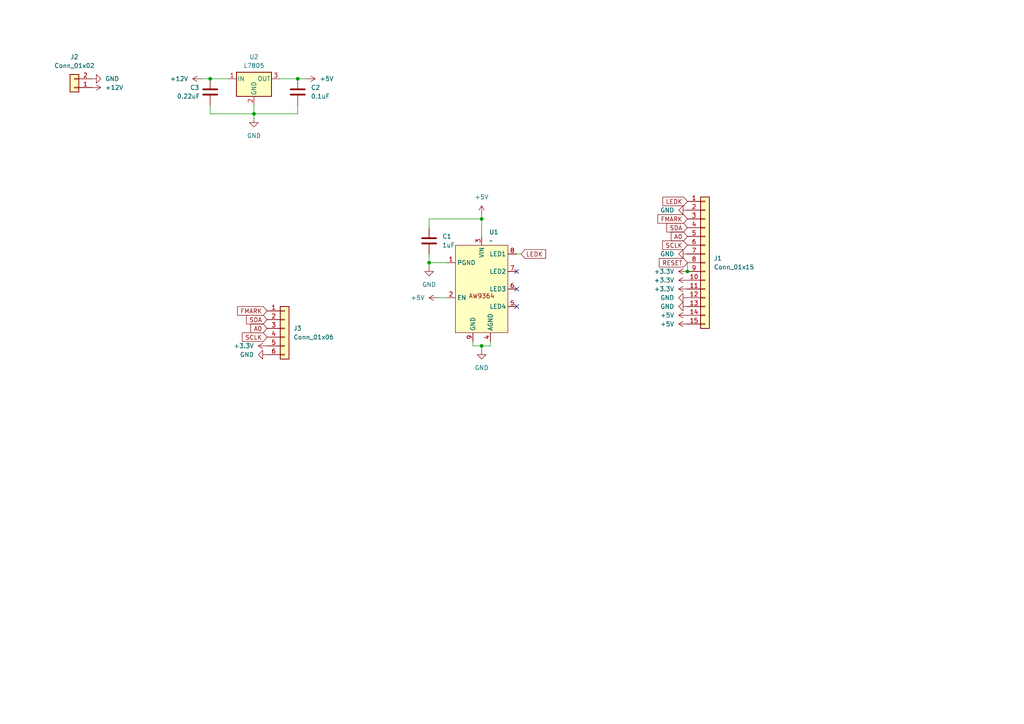
<source format=kicad_sch>
(kicad_sch (version 20250114) (generator "eeschema") (generator_version "9.0")
  (paper "A4")
  (lib_symbols
    (symbol "Chips:AW9364"
      (property "Reference" "U" (at 0 0 0))
      (symbol "AW9364_1_1"
        (rectangle (start -7.62 12.7) (end 7.62 -12.7) (fill (type background)))
        (text "AW9364" (at 0 -2.032 0) (effects (font (size 1.27 1.27))))
        (pin power_in line (at -10.16 7.62 0) (length 2.54) (name "PGND") (number "1"))
        (pin input line (at -10.16 -2.54 0) (length 2.54) (name "EN") (number "2"))
        (pin input line (at -2.54 -15.24 90) (length 2.54) (name "GND") (number "9"))
        (pin power_in line (at 0 15.24 270) (length 2.54) (name "VIN") (number "3"))
        (pin power_in line (at 2.54 -15.24 90) (length 2.54) (name "AGND") (number "4"))
        (pin input line (at 10.16 10.16 180) (length 2.54) (name "LED1") (number "8"))
        (pin input line (at 10.16 5.08 180) (length 2.54) (name "LED2") (number "7"))
        (pin input line (at 10.16 0 180) (length 2.54) (name "LED3") (number "6"))
        (pin input line (at 10.16 -5.08 180) (length 2.54) (name "LED4") (number "5"))
      )
    )
    (symbol "Connector_Generic:Conn_01x02" (pin_names (offset 1.016) (hide yes))
      (property "Reference" "J" (at 0 2.54 0))
      (property "Value" "Conn_01x02" (at 0 -5.08 0))
      (symbol "Conn_01x02_1_1"
        (rectangle (start -1.27 1.27) (end 1.27 -3.81) (stroke (width 0.254)) (fill (type background)))
        (rectangle (start -1.27 0.127) (end 0 -0.127) (stroke (width 0.1524)))
        (rectangle (start -1.27 -2.413) (end 0 -2.667) (stroke (width 0.1524)))
        (pin passive line (at -5.08 0 0) (length 3.81) (name "Pin_1") (number "1"))
        (pin passive line (at -5.08 -2.54 0) (length 3.81) (name "Pin_2") (number "2"))
      )
    )
    (symbol "Connector_Generic:Conn_01x06" (pin_names (offset 1.016) (hide yes))
      (property "Reference" "J" (at 0 7.62 0))
      (property "Value" "Conn_01x06" (at 0 -10.16 0))
      (symbol "Conn_01x06_1_1"
        (rectangle (start -1.27 6.35) (end 1.27 -8.89) (stroke (width 0.254)) (fill (type background)))
        (rectangle (start -1.27 5.207) (end 0 4.953) (stroke (width 0.1524)))
        (rectangle (start -1.27 2.667) (end 0 2.413) (stroke (width 0.1524)))
        (rectangle (start -1.27 0.127) (end 0 -0.127) (stroke (width 0.1524)))
        (rectangle (start -1.27 -2.413) (end 0 -2.667) (stroke (width 0.1524)))
        (rectangle (start -1.27 -4.953) (end 0 -5.207) (stroke (width 0.1524)))
        (rectangle (start -1.27 -7.493) (end 0 -7.747) (stroke (width 0.1524)))
        (pin passive line (at -5.08 5.08 0) (length 3.81) (name "Pin_1") (number "1"))
        (pin passive line (at -5.08 2.54 0) (length 3.81) (name "Pin_2") (number "2"))
        (pin passive line (at -5.08 0 0) (length 3.81) (name "Pin_3") (number "3"))
        (pin passive line (at -5.08 -2.54 0) (length 3.81) (name "Pin_4") (number "4"))
        (pin passive line (at -5.08 -5.08 0) (length 3.81) (name "Pin_5") (number "5"))
        (pin passive line (at -5.08 -7.62 0) (length 3.81) (name "Pin_6") (number "6"))
      )
    )
    (symbol "Connector_Generic:Conn_01x15" (pin_names (offset 1.016) (hide yes))
      (property "Reference" "J" (at 0 20.32 0))
      (property "Value" "Conn_01x15" (at 0 -20.32 0))
      (symbol "Conn_01x15_1_1"
        (rectangle (start -1.27 19.05) (end 1.27 -19.05) (stroke (width 0.254)) (fill (type background)))
        (rectangle (start -1.27 17.907) (end 0 17.653) (stroke (width 0.1524)))
        (rectangle (start -1.27 15.367) (end 0 15.113) (stroke (width 0.1524)))
        (rectangle (start -1.27 12.827) (end 0 12.573) (stroke (width 0.1524)))
        (rectangle (start -1.27 10.287) (end 0 10.033) (stroke (width 0.1524)))
        (rectangle (start -1.27 7.747) (end 0 7.493) (stroke (width 0.1524)))
        (rectangle (start -1.27 5.207) (end 0 4.953) (stroke (width 0.1524)))
        (rectangle (start -1.27 2.667) (end 0 2.413) (stroke (width 0.1524)))
        (rectangle (start -1.27 0.127) (end 0 -0.127) (stroke (width 0.1524)))
        (rectangle (start -1.27 -2.413) (end 0 -2.667) (stroke (width 0.1524)))
        (rectangle (start -1.27 -4.953) (end 0 -5.207) (stroke (width 0.1524)))
        (rectangle (start -1.27 -7.493) (end 0 -7.747) (stroke (width 0.1524)))
        (rectangle (start -1.27 -10.033) (end 0 -10.287) (stroke (width 0.1524)))
        (rectangle (start -1.27 -12.573) (end 0 -12.827) (stroke (width 0.1524)))
        (rectangle (start -1.27 -15.113) (end 0 -15.367) (stroke (width 0.1524)))
        (rectangle (start -1.27 -17.653) (end 0 -17.907) (stroke (width 0.1524)))
        (pin passive line (at -5.08 17.78 0) (length 3.81) (name "Pin_1") (number "1"))
        (pin passive line (at -5.08 15.24 0) (length 3.81) (name "Pin_2") (number "2"))
        (pin passive line (at -5.08 12.7 0) (length 3.81) (name "Pin_3") (number "3"))
        (pin passive line (at -5.08 10.16 0) (length 3.81) (name "Pin_4") (number "4"))
        (pin passive line (at -5.08 7.62 0) (length 3.81) (name "Pin_5") (number "5"))
        (pin passive line (at -5.08 5.08 0) (length 3.81) (name "Pin_6") (number "6"))
        (pin passive line (at -5.08 2.54 0) (length 3.81) (name "Pin_7") (number "7"))
        (pin passive line (at -5.08 0 0) (length 3.81) (name "Pin_8") (number "8"))
        (pin passive line (at -5.08 -2.54 0) (length 3.81) (name "Pin_9") (number "9"))
        (pin passive line (at -5.08 -5.08 0) (length 3.81) (name "Pin_10") (number "10"))
        (pin passive line (at -5.08 -7.62 0) (length 3.81) (name "Pin_11") (number "11"))
        (pin passive line (at -5.08 -10.16 0) (length 3.81) (name "Pin_12") (number "12"))
        (pin passive line (at -5.08 -12.7 0) (length 3.81) (name "Pin_13") (number "13"))
        (pin passive line (at -5.08 -15.24 0) (length 3.81) (name "Pin_14") (number "14"))
        (pin passive line (at -5.08 -17.78 0) (length 3.81) (name "Pin_15") (number "15"))
      )
    )
    (symbol "Device:C" (pin_numbers (hide yes)) (pin_names (offset 0.254))
      (property "Reference" "C" (at 0.635 2.54 0))
      (property "Value" "C" (at 0.635 -2.54 0))
      (symbol "C_0_1"
        (polyline (pts (xy -2.032 0.762) (xy 2.032 0.762)) (stroke (width 0.508)))
        (polyline (pts (xy -2.032 -0.762) (xy 2.032 -0.762)) (stroke (width 0.508)))
      )
      (symbol "C_1_1"
        (pin passive line (at 0 3.81 270) (length 2.794) (name "~") (number "1"))
        (pin passive line (at 0 -3.81 90) (length 2.794) (name "~") (number "2"))
      )
    )
    (symbol "Regulator_Linear:L7805" (pin_names (offset 0.254))
      (property "Reference" "U" (at -3.81 3.175 0))
      (property "Value" "L7805" (at 0 3.175 0))
      (symbol "L7805_0_1"
        (rectangle (start -5.08 1.905) (end 5.08 -5.08) (stroke (width 0.254)) (fill (type background)))
      )
      (symbol "L7805_1_1"
        (pin power_in line (at -7.62 0 0) (length 2.54) (name "IN") (number "1"))
        (pin power_in line (at 0 -7.62 90) (length 2.54) (name "GND") (number "2"))
        (pin power_out line (at 7.62 0 180) (length 2.54) (name "OUT") (number "3"))
      )
    )
    (symbol "power:+12V" (power) (pin_numbers (hide yes)) (pin_names (offset 0) (hide yes))
      (property "Value" "+12V" (at 0 3.556 0))
      (symbol "+12V_0_1"
        (polyline (pts (xy -0.762 1.27) (xy 0 2.54)))
        (polyline (pts (xy 0 2.54) (xy 0.762 1.27)))
        (polyline (pts (xy 0 0) (xy 0 2.54)))
      )
      (symbol "+12V_1_1"
        (pin power_in line (at 0 0 90) (length 0) (name "~") (number "1"))
      )
    )
    (symbol "power:+3.3V" (power) (pin_numbers (hide yes)) (pin_names (offset 0) (hide yes))
      (property "Value" "+3.3V" (at 0 3.556 0))
      (symbol "+3.3V_0_1"
        (polyline (pts (xy -0.762 1.27) (xy 0 2.54)))
        (polyline (pts (xy 0 2.54) (xy 0.762 1.27)))
        (polyline (pts (xy 0 0) (xy 0 2.54)))
      )
      (symbol "+3.3V_1_1"
        (pin power_in line (at 0 0 90) (length 0) (name "~") (number "1"))
      )
    )
    (symbol "power:+5V" (power) (pin_numbers (hide yes)) (pin_names (offset 0) (hide yes))
      (property "Value" "+5V" (at 0 3.556 0))
      (symbol "+5V_0_1"
        (polyline (pts (xy -0.762 1.27) (xy 0 2.54)))
        (polyline (pts (xy 0 2.54) (xy 0.762 1.27)))
        (polyline (pts (xy 0 0) (xy 0 2.54)))
      )
      (symbol "+5V_1_1"
        (pin power_in line (at 0 0 90) (length 0) (name "~") (number "1"))
      )
    )
    (symbol "power:GND" (power) (pin_numbers (hide yes)) (pin_names (offset 0) (hide yes))
      (property "Value" "GND" (at 0 -3.81 0))
      (symbol "GND_0_1"
        (polyline (pts (xy 0 0) (xy 0 -1.27) (xy 1.27 -1.27) (xy 0 -2.54) (xy -1.27 -1.27) (xy 0 -1.27)))
      )
      (symbol "GND_1_1"
        (pin power_in line (at 0 0 270) (length 0) (name "~") (number "1"))
      )
    )
  )
  (junction (at 139.7 63.5))
  (junction (at 199.39 78.74))
  (junction (at 86.36 22.86))
  (junction (at 60.96 22.86))
  (junction (at 139.7 100.33))
  (junction (at 124.46 76.2))
  (junction (at 73.66 33.02))
  (no_connect (at 149.86 88.9))
  (no_connect (at 149.86 83.82))
  (no_connect (at 149.86 78.74))
  (wire (pts (xy 124.46 76.2) (xy 129.54 76.2)))
  (wire (pts (xy 199.39 76.2) (xy 199.39 78.74)))
  (wire (pts (xy 60.96 33.02) (xy 60.96 30.48)))
  (wire (pts (xy 137.16 100.33) (xy 137.16 99.06)))
  (wire (pts (xy 73.66 33.02) (xy 60.96 33.02)))
  (wire (pts (xy 139.7 62.23) (xy 139.7 63.5)))
  (wire (pts (xy 124.46 76.2) (xy 124.46 77.47)))
  (wire (pts (xy 142.24 99.06) (xy 142.24 100.33)))
  (wire (pts (xy 86.36 33.02) (xy 73.66 33.02)))
  (wire (pts (xy 81.28 22.86) (xy 86.36 22.86)))
  (wire (pts (xy 60.96 22.86) (xy 66.04 22.86)))
  (wire (pts (xy 127 86.36) (xy 129.54 86.36)))
  (wire (pts (xy 73.66 33.02) (xy 73.66 34.29)))
  (wire (pts (xy 124.46 73.66) (xy 124.46 76.2)))
  (wire (pts (xy 139.7 100.33) (xy 137.16 100.33)))
  (wire (pts (xy 149.86 73.66) (xy 151.13 73.66)))
  (wire (pts (xy 86.36 30.48) (xy 86.36 33.02)))
  (wire (pts (xy 73.66 33.02) (xy 73.66 30.48)))
  (wire (pts (xy 58.42 22.86) (xy 60.96 22.86)))
  (wire (pts (xy 142.24 100.33) (xy 139.7 100.33)))
  (wire (pts (xy 124.46 63.5) (xy 139.7 63.5)))
  (wire (pts (xy 139.7 63.5) (xy 139.7 68.58)))
  (wire (pts (xy 86.36 22.86) (xy 88.9 22.86)))
  (wire (pts (xy 124.46 66.04) (xy 124.46 63.5)))
  (wire (pts (xy 139.7 100.33) (xy 139.7 101.6)))
  (global_label "FMARK" (shape input) (at 199.39 63.5 180) (property "Intersheetrefs" "${INTERSHEET_REFS}" (effects (hide yes))))
  (global_label "SDA" (shape input) (at 77.47 92.71 180) (property "Intersheetrefs" "${INTERSHEET_REFS}" (effects (hide yes))))
  (global_label "LEDK" (shape input) (at 199.39 58.42 180) (property "Intersheetrefs" "${INTERSHEET_REFS}" (effects (hide yes))))
  (global_label "SCLK" (shape input) (at 199.39 71.12 180) (property "Intersheetrefs" "${INTERSHEET_REFS}" (effects (hide yes))))
  (global_label "A0" (shape input) (at 199.39 68.58 180) (property "Intersheetrefs" "${INTERSHEET_REFS}" (effects (hide yes))))
  (global_label "RESET" (shape input) (at 199.39 76.2 180) (property "Intersheetrefs" "${INTERSHEET_REFS}" (effects (hide yes))))
  (global_label "LEDK" (shape input) (at 151.13 73.66 0) (property "Intersheetrefs" "${INTERSHEET_REFS}" (effects (hide yes))))
  (global_label "SDA" (shape input) (at 199.39 66.04 180) (property "Intersheetrefs" "${INTERSHEET_REFS}" (effects (hide yes))))
  (global_label "A0" (shape input) (at 77.47 95.25 180) (property "Intersheetrefs" "${INTERSHEET_REFS}" (effects (hide yes))))
  (global_label "FMARK" (shape input) (at 77.47 90.17 180) (property "Intersheetrefs" "${INTERSHEET_REFS}" (effects (hide yes))))
  (global_label "SCLK" (shape input) (at 77.47 97.79 180) (property "Intersheetrefs" "${INTERSHEET_REFS}" (effects (hide yes))))
  (symbol (lib_id "power:+12V") (at 58.42 22.86 90) (unit 1)
    (property "Reference" "#PWR016" (effects (hide yes)))
    (property "Value" "+12V" (at 54.61 22.8599 90) (effects (justify left)))
    (property "Description" "Power symbol creates a global label with name \"+12V\"" (effects (hide yes)))
  )
  (symbol (lib_id "Regulator_Linear:L7805") (at 73.66 22.86 0) (unit 1)
    (property "Reference" "U2" (at 73.66 16.51 0))
    (property "Value" "L7805" (at 73.66 19.05 0))
    (property "Footprint" "Package_TO_SOT_SMD:SOT-223-3_TabPin2" (effects (hide yes)))
    (property "Datasheet" "http://www.st.com/content/ccc/resource/technical/document/datasheet/41/4f/b3/b0/12/d4/47/88/CD00000444.pdf/files/CD00000444.pdf/jcr:content/translations/en.CD00000444.pdf" (effects (hide yes)))
    (property "Description" "Positive 1.5A 35V Linear Regulator, Fixed Output 5V, TO-220/TO-263/TO-252" (effects (hide yes)))
  )
  (symbol (lib_id "Device:C") (at 86.36 26.67 0) (unit 1)
    (property "Reference" "C2" (at 90.17 25.3999 0) (effects (justify left)))
    (property "Value" "0.1uF" (at 90.17 27.9399 0) (effects (justify left)))
    (property "Footprint" "Capacitor_SMD:C_0805_2012Metric_Pad1.18x1.45mm_HandSolder" (effects (hide yes)))
    (property "Description" "Unpolarized capacitor" (effects (hide yes)))
  )
  (symbol (lib_id "power:+5V") (at 199.39 91.44 90) (unit 1)
    (property "Reference" "#PWR011" (effects (hide yes)))
    (property "Value" "+5V" (at 195.58 91.4399 90) (effects (justify left)))
    (property "Description" "Power symbol creates a global label with name \"+5V\"" (effects (hide yes)))
  )
  (symbol (lib_id "power:GND") (at 199.39 60.96 270) (unit 1)
    (property "Reference" "#PWR04" (effects (hide yes)))
    (property "Value" "GND" (at 195.58 60.9599 90) (effects (justify right)))
    (property "Description" "Power symbol creates a global label with name \"GND\" , ground" (effects (hide yes)))
  )
  (symbol (lib_id "power:GND") (at 199.39 73.66 270) (unit 1)
    (property "Reference" "#PWR019" (effects (hide yes)))
    (property "Value" "GND" (at 195.58 73.6599 90) (effects (justify right)))
    (property "Description" "Power symbol creates a global label with name \"GND\" , ground" (effects (hide yes)))
  )
  (symbol (lib_id "power:GND") (at 124.46 77.47 0) (unit 1)
    (property "Reference" "#PWR02" (effects (hide yes)))
    (property "Value" "GND" (at 124.46 82.55 0))
    (property "Description" "Power symbol creates a global label with name \"GND\" , ground" (effects (hide yes)))
  )
  (symbol (lib_id "Connector_Generic:Conn_01x02") (at 21.59 25.4 180) (unit 1)
    (property "Reference" "J2" (at 21.59 16.51 0))
    (property "Value" "Conn_01x02" (at 21.59 19.05 0))
    (property "Footprint" "TerminalBlock_Phoenix:TerminalBlock_Phoenix_MKDS-1,5-2-5.08_1x02_P5.08mm_Horizontal" (effects (hide yes)))
    (property "Description" "Generic connector, single row, 01x02, script generated (kicad-library-utils/schlib/autogen/connector/)" (effects (hide yes)))
  )
  (symbol (lib_id "power:GND") (at 77.47 102.87 270) (unit 1)
    (property "Reference" "#PWR018" (effects (hide yes)))
    (property "Value" "GND" (at 73.66 102.8699 90) (effects (justify right)))
    (property "Description" "Power symbol creates a global label with name \"GND\" , ground" (effects (hide yes)))
  )
  (symbol (lib_id "power:+5V") (at 199.39 93.98 90) (unit 1)
    (property "Reference" "#PWR010" (effects (hide yes)))
    (property "Value" "+5V" (at 195.58 93.9799 90) (effects (justify left)))
    (property "Description" "Power symbol creates a global label with name \"+5V\"" (effects (hide yes)))
  )
  (symbol (lib_id "power:+3.3V") (at 199.39 83.82 90) (unit 1)
    (property "Reference" "#PWR07" (effects (hide yes)))
    (property "Value" "+3.3V" (at 195.58 83.8199 90) (effects (justify left)))
    (property "Description" "Power symbol creates a global label with name \"+3.3V\"" (effects (hide yes)))
  )
  (symbol (lib_id "power:+3.3V") (at 199.39 81.28 90) (unit 1)
    (property "Reference" "#PWR08" (effects (hide yes)))
    (property "Value" "+3.3V" (at 195.58 81.2799 90) (effects (justify left)))
    (property "Description" "Power symbol creates a global label with name \"+3.3V\"" (effects (hide yes)))
  )
  (symbol (lib_id "Device:C") (at 124.46 69.85 0) (unit 1)
    (property "Reference" "C1" (at 128.27 68.5799 0) (effects (justify left)))
    (property "Value" "1uF" (at 128.27 71.1199 0) (effects (justify left)))
    (property "Footprint" "Capacitor_SMD:C_0805_2012Metric_Pad1.18x1.45mm_HandSolder" (effects (hide yes)))
    (property "Description" "Unpolarized capacitor" (effects (hide yes)))
  )
  (symbol (lib_id "power:GND") (at 199.39 88.9 270) (unit 1)
    (property "Reference" "#PWR06" (effects (hide yes)))
    (property "Value" "GND" (at 195.58 88.8999 90) (effects (justify right)))
    (property "Description" "Power symbol creates a global label with name \"GND\" , ground" (effects (hide yes)))
  )
  (symbol (lib_id "power:+5V") (at 88.9 22.86 270) (unit 1)
    (property "Reference" "#PWR015" (effects (hide yes)))
    (property "Value" "+5V" (at 92.71 22.8599 90) (effects (justify left)))
    (property "Description" "Power symbol creates a global label with name \"+5V\"" (effects (hide yes)))
  )
  (symbol (lib_id "Connector_Generic:Conn_01x06") (at 82.55 95.25 0) (unit 1)
    (property "Reference" "J3" (at 85.09 95.2499 0) (effects (justify left)))
    (property "Value" "Conn_01x06" (at 85.09 97.7899 0) (effects (justify left)))
    (property "Footprint" "Connector_PinHeader_2.54mm:PinHeader_1x06_P2.54mm_Vertical" (effects (hide yes)))
    (property "Description" "Generic connector, single row, 01x06, script generated (kicad-library-utils/schlib/autogen/connector/)" (effects (hide yes)))
  )
  (symbol (lib_id "Chips:AW9364") (at 139.7 83.82 0) (unit 1)
    (property "Reference" "U1" (at 141.8433 67.31 0) (effects (justify left)))
    (property "Value" "~" (at 141.8433 69.85 0) (effects (justify left)))
    (property "Footprint" "Package_DFN_QFN:DFN-8-1EP_2x2mm_P0.5mm_EP0.6x1.2mm" (effects (hide yes)))
  )
  (symbol (lib_id "power:+3.3V") (at 77.47 100.33 90) (unit 1)
    (property "Reference" "#PWR017" (effects (hide yes)))
    (property "Value" "+3.3V" (at 73.66 100.3299 90) (effects (justify left)))
    (property "Description" "Power symbol creates a global label with name \"+3.3V\"" (effects (hide yes)))
  )
  (symbol (lib_id "Device:C") (at 60.96 26.67 0) (unit 1)
    (property "Reference" "C3" (at 55.118 25.4 0) (effects (justify left)))
    (property "Value" "0.22uF" (at 51.308 27.94 0) (effects (justify left)))
    (property "Footprint" "Capacitor_SMD:C_0805_2012Metric_Pad1.18x1.45mm_HandSolder" (effects (hide yes)))
    (property "Description" "Unpolarized capacitor" (effects (hide yes)))
  )
  (symbol (lib_id "power:GND") (at 139.7 101.6 0) (unit 1)
    (property "Reference" "#PWR03" (effects (hide yes)))
    (property "Value" "GND" (at 139.7 106.68 0))
    (property "Description" "Power symbol creates a global label with name \"GND\" , ground" (effects (hide yes)))
  )
  (symbol (lib_id "power:GND") (at 199.39 86.36 270) (unit 1)
    (property "Reference" "#PWR05" (effects (hide yes)))
    (property "Value" "GND" (at 195.58 86.3599 90) (effects (justify right)))
    (property "Description" "Power symbol creates a global label with name \"GND\" , ground" (effects (hide yes)))
  )
  (symbol (lib_id "Connector_Generic:Conn_01x15") (at 204.47 76.2 0) (unit 1)
    (property "Reference" "J1" (at 207.01 74.9299 0) (effects (justify left)))
    (property "Value" "Conn_01x15" (at 207.01 77.4699 0) (effects (justify left)))
    (property "Footprint" "Connector_FFC-FPC:Hirose_FH26-15S-0.3SHW_2Rows-15Pins-1MP_P0.60mm_Horizontal" (effects (hide yes)))
    (property "Description" "Generic connector, single row, 01x15, script generated (kicad-library-utils/schlib/autogen/connector/)" (effects (hide yes)))
  )
  (symbol (lib_id "power:+5V") (at 139.7 62.23 0) (unit 1)
    (property "Reference" "#PWR01" (effects (hide yes)))
    (property "Value" "+5V" (at 139.7 57.15 0))
    (property "Description" "Power symbol creates a global label with name \"+5V\"" (effects (hide yes)))
  )
  (symbol (lib_id "power:GND") (at 26.67 22.86 90) (unit 1)
    (property "Reference" "#PWR013" (effects (hide yes)))
    (property "Value" "GND" (at 30.48 22.8599 90) (effects (justify right)))
    (property "Description" "Power symbol creates a global label with name \"GND\" , ground" (effects (hide yes)))
  )
  (symbol (lib_id "power:+5V") (at 127 86.36 90) (unit 1)
    (property "Reference" "#PWR020" (effects (hide yes)))
    (property "Value" "+5V" (at 123.19 86.3599 90) (effects (justify left)))
    (property "Description" "Power symbol creates a global label with name \"+5V\"" (effects (hide yes)))
  )
  (symbol (lib_id "power:+12V") (at 26.67 25.4 270) (unit 1)
    (property "Reference" "#PWR012" (effects (hide yes)))
    (property "Value" "+12V" (at 30.48 25.3999 90) (effects (justify left)))
    (property "Description" "Power symbol creates a global label with name \"+12V\"" (effects (hide yes)))
  )
  (symbol (lib_id "power:GND") (at 73.66 34.29 0) (unit 1)
    (property "Reference" "#PWR014" (effects (hide yes)))
    (property "Value" "GND" (at 73.66 39.37 0))
    (property "Description" "Power symbol creates a global label with name \"GND\" , ground" (effects (hide yes)))
  )
  (symbol (lib_id "power:+3.3V") (at 199.39 78.74 90) (unit 1)
    (property "Reference" "#PWR09" (effects (hide yes)))
    (property "Value" "+3.3V" (at 195.58 78.7399 90) (effects (justify left)))
    (property "Description" "Power symbol creates a global label with name \"+3.3V\"" (effects (hide yes)))
  )
)
</source>
